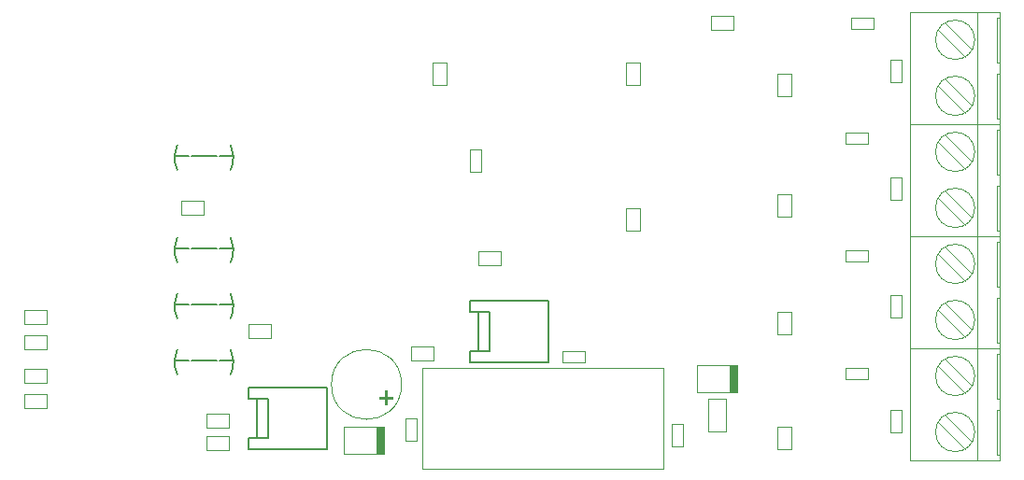
<source format=gm1>
G04 Layer_Color=16711935*
%FSLAX25Y25*%
%MOIN*%
G70*
G01*
G75*
%ADD36C,0.00500*%
%ADD62C,0.00100*%
%ADD63C,0.00098*%
G36*
X461506Y345601D02*
X463704D01*
Y344675D01*
X461506D01*
Y342500D01*
X460592D01*
Y344675D01*
X458417D01*
Y345601D01*
X460592D01*
Y347776D01*
X461506D01*
Y345601D01*
D02*
G37*
G36*
X460087Y325276D02*
X457724D01*
Y334724D01*
X460087D01*
Y325276D01*
D02*
G37*
G36*
X586087Y347276D02*
X583724D01*
Y356724D01*
X586087D01*
Y347276D01*
D02*
G37*
D36*
X405516Y373563D02*
G03*
X406486Y378550I-9516J4437D01*
G01*
X406486Y378549D02*
G03*
X405516Y382437I-10486J-550D01*
G01*
X386484D02*
G03*
X385514Y378549I9516J-4437D01*
G01*
X385514Y378550D02*
G03*
X386484Y373563I10486J-550D01*
G01*
X405516D02*
G03*
X406486Y378550I-9516J4437D01*
G01*
X406486Y378549D02*
G03*
X405516Y382437I-10486J-550D01*
G01*
X386484D02*
G03*
X385514Y378549I9516J-4437D01*
G01*
X385514Y378550D02*
G03*
X386484Y373563I10486J-550D01*
G01*
X405516Y353563D02*
G03*
X406486Y358550I-9516J4437D01*
G01*
X406486Y358549D02*
G03*
X405516Y362437I-10486J-550D01*
G01*
X386484D02*
G03*
X385514Y358549I9516J-4437D01*
G01*
X385514Y358550D02*
G03*
X386484Y353563I10486J-550D01*
G01*
X405516D02*
G03*
X406486Y358550I-9516J4437D01*
G01*
X406486Y358549D02*
G03*
X405516Y362437I-10486J-550D01*
G01*
X386484D02*
G03*
X385514Y358549I9516J-4437D01*
G01*
X385514Y358550D02*
G03*
X386484Y353563I10486J-550D01*
G01*
X405516Y426563D02*
G03*
X406486Y431550I-9516J4437D01*
G01*
X406486Y431549D02*
G03*
X405516Y435437I-10486J-550D01*
G01*
X386484D02*
G03*
X385514Y431549I9516J-4437D01*
G01*
X385514Y431550D02*
G03*
X386484Y426563I10486J-550D01*
G01*
X405516D02*
G03*
X406486Y431550I-9516J4437D01*
G01*
X406486Y431549D02*
G03*
X405516Y435437I-10486J-550D01*
G01*
X386484D02*
G03*
X385514Y431549I9516J-4437D01*
G01*
X385514Y431550D02*
G03*
X386484Y426563I10486J-550D01*
G01*
X405516Y393563D02*
G03*
X406486Y398550I-9516J4437D01*
G01*
X406486Y398549D02*
G03*
X405516Y402437I-10486J-550D01*
G01*
X386484D02*
G03*
X385514Y398549I9516J-4437D01*
G01*
X385514Y398550D02*
G03*
X386484Y393563I10486J-550D01*
G01*
X405516D02*
G03*
X406486Y398550I-9516J4437D01*
G01*
X406486Y398549D02*
G03*
X405516Y402437I-10486J-550D01*
G01*
X386484D02*
G03*
X385514Y398549I9516J-4437D01*
G01*
X385514Y398550D02*
G03*
X386484Y393563I10486J-550D01*
G01*
X440000Y327000D02*
Y349000D01*
X419000Y331000D02*
Y345000D01*
X415000Y331000D02*
Y345000D01*
X412000Y327000D02*
X440000D01*
X412000Y349000D02*
X440000D01*
X415000Y331000D02*
X419000D01*
X412000Y327000D02*
Y331000D01*
X415000D01*
Y345000D02*
X419000D01*
X412000D02*
X415000D01*
X412000D02*
Y347000D01*
Y349000D01*
X391528Y378500D02*
X400472D01*
X401528D02*
X406488D01*
X385512D02*
X390472D01*
X391528D02*
X400472D01*
X401528D02*
X406488D01*
X385512D02*
X390472D01*
X519000Y358000D02*
Y380000D01*
X498000Y362000D02*
Y376000D01*
X494000Y362000D02*
Y376000D01*
X491000Y358000D02*
X519000D01*
X491000Y380000D02*
X519000D01*
X494000Y362000D02*
X498000D01*
X491000Y358000D02*
Y362000D01*
X494000D01*
Y376000D02*
X498000D01*
X491000D02*
X494000D01*
X491000D02*
Y378000D01*
Y380000D01*
X391528Y358500D02*
X400472D01*
X401528D02*
X406488D01*
X385512D02*
X390472D01*
X391528D02*
X400472D01*
X401528D02*
X406488D01*
X385512D02*
X390472D01*
X391528Y431500D02*
X400472D01*
X401528D02*
X406488D01*
X385512D02*
X390472D01*
X391528D02*
X400472D01*
X401528D02*
X406488D01*
X385512D02*
X390472D01*
X391528Y398500D02*
X400472D01*
X401528D02*
X406488D01*
X385512D02*
X390472D01*
X391528D02*
X400472D01*
X401528D02*
X406488D01*
X385512D02*
X390472D01*
D62*
X671000Y473000D02*
G03*
X671000Y473000I-7000J0D01*
G01*
Y453000D02*
G03*
X671000Y453000I-7000J0D01*
G01*
Y353000D02*
G03*
X671000Y353000I-7000J0D01*
G01*
Y333000D02*
G03*
X671000Y333000I-7000J0D01*
G01*
Y393000D02*
G03*
X671000Y393000I-7000J0D01*
G01*
Y373000D02*
G03*
X671000Y373000I-7000J0D01*
G01*
Y433000D02*
G03*
X671000Y433000I-7000J0D01*
G01*
Y413000D02*
G03*
X671000Y413000I-7000J0D01*
G01*
X466500Y350000D02*
G03*
X466500Y350000I-12500J0D01*
G01*
X340000Y350500D02*
Y355500D01*
X332000Y350500D02*
X340000D01*
X332000Y355500D02*
X340000D01*
X332000Y350500D02*
Y355500D01*
X412000Y366500D02*
Y371500D01*
X420000D01*
X412000Y366500D02*
X420000D01*
Y371500D01*
X340000Y362500D02*
Y367500D01*
X332000Y362500D02*
X340000D01*
X332000Y367500D02*
X340000D01*
X332000Y362500D02*
Y367500D01*
X633000Y352000D02*
Y356000D01*
X625000Y352000D02*
X633000D01*
X625000Y356000D02*
X633000D01*
X625000Y352000D02*
Y356000D01*
X641000Y341000D02*
X645000D01*
Y333000D02*
Y341000D01*
X641000Y333000D02*
Y341000D01*
Y333000D02*
X645000D01*
X648000Y443000D02*
Y483000D01*
X680000Y443000D02*
Y483000D01*
X672000Y443000D02*
Y483000D01*
X648000D02*
X680000D01*
X648000Y443000D02*
X680000D01*
X660500Y479000D02*
X670000Y469500D01*
X658000Y476500D02*
X667500Y467000D01*
X653000Y483000D02*
X675000D01*
X653000Y443000D02*
X675000D01*
X660500Y459000D02*
X670000Y449500D01*
X658000Y456500D02*
X667500Y447000D01*
X679000Y465000D02*
Y481000D01*
X680000D01*
X679000Y465000D02*
X680000D01*
X648000Y443000D02*
Y444000D01*
X679000Y461000D02*
X680000D01*
X679000Y445000D02*
Y461000D01*
Y445000D02*
X680000D01*
X648000Y323000D02*
Y363000D01*
X680000Y323000D02*
Y363000D01*
X672000Y323000D02*
Y363000D01*
X648000D02*
X680000D01*
X648000Y323000D02*
X680000D01*
X660500Y359000D02*
X670000Y349500D01*
X658000Y356500D02*
X667500Y347000D01*
X653000Y363000D02*
X675000D01*
X653000Y323000D02*
X675000D01*
X660500Y339000D02*
X670000Y329500D01*
X658000Y336500D02*
X667500Y327000D01*
X679000Y345000D02*
Y361000D01*
X680000D01*
X679000Y345000D02*
X680000D01*
X648000Y323000D02*
Y324000D01*
X679000Y341000D02*
X680000D01*
X679000Y325000D02*
Y341000D01*
Y325000D02*
X680000D01*
X648000Y363000D02*
Y403000D01*
X680000Y363000D02*
Y403000D01*
X672000Y363000D02*
Y403000D01*
X648000D02*
X680000D01*
X648000Y363000D02*
X680000D01*
X660500Y399000D02*
X670000Y389500D01*
X658000Y396500D02*
X667500Y387000D01*
X653000Y403000D02*
X675000D01*
X653000Y363000D02*
X675000D01*
X660500Y379000D02*
X670000Y369500D01*
X658000Y376500D02*
X667500Y367000D01*
X679000Y385000D02*
Y401000D01*
X680000D01*
X679000Y385000D02*
X680000D01*
X648000Y363000D02*
Y364000D01*
X679000Y381000D02*
X680000D01*
X679000Y365000D02*
Y381000D01*
Y365000D02*
X680000D01*
X648000Y403000D02*
Y443000D01*
X680000Y403000D02*
Y443000D01*
X672000Y403000D02*
Y443000D01*
X648000D02*
X680000D01*
X648000Y403000D02*
X680000D01*
X660500Y439000D02*
X670000Y429500D01*
X658000Y436500D02*
X667500Y427000D01*
X653000Y443000D02*
X675000D01*
X653000Y403000D02*
X675000D01*
X660500Y419000D02*
X670000Y409500D01*
X658000Y416500D02*
X667500Y407000D01*
X679000Y425000D02*
Y441000D01*
X680000D01*
X679000Y425000D02*
X680000D01*
X648000Y403000D02*
Y404000D01*
X679000Y421000D02*
X680000D01*
X679000Y405000D02*
Y421000D01*
Y405000D02*
X680000D01*
X405000Y326500D02*
Y331500D01*
X397000Y326500D02*
X405000D01*
X397000Y331500D02*
X405000D01*
X397000Y326500D02*
Y331500D01*
X405000Y334500D02*
Y339500D01*
X397000Y334500D02*
X405000D01*
X397000Y339500D02*
X405000D01*
X397000Y334500D02*
Y339500D01*
X575850Y333095D02*
Y344905D01*
Y333095D02*
X582150D01*
Y344905D01*
X575850D02*
X582150D01*
X396000Y410500D02*
Y415500D01*
X388000Y410500D02*
X396000D01*
X388000Y415500D02*
X396000D01*
X388000Y410500D02*
Y415500D01*
X474000Y320000D02*
X560000D01*
Y356000D01*
X474000D02*
X560000D01*
X474000Y320000D02*
Y356000D01*
X563000Y328000D02*
X567000D01*
X563000D02*
Y336000D01*
X567000Y328000D02*
Y336000D01*
X563000D02*
X567000D01*
X546500Y457000D02*
X551500D01*
X546500D02*
Y465000D01*
X551500Y457000D02*
Y465000D01*
X546500D02*
X551500D01*
X477500Y457000D02*
X482500D01*
X477500D02*
Y465000D01*
X482500Y457000D02*
Y465000D01*
X477500D02*
X482500D01*
X546500Y413000D02*
X551500D01*
Y405000D02*
Y413000D01*
X546500Y405000D02*
Y413000D01*
Y405000D02*
X551500D01*
X502000Y392500D02*
Y397500D01*
X494000Y392500D02*
X502000D01*
X494000Y397500D02*
X502000D01*
X494000Y392500D02*
Y397500D01*
X585000Y476500D02*
Y481500D01*
X577000Y476500D02*
X585000D01*
X577000Y481500D02*
X585000D01*
X577000Y476500D02*
Y481500D01*
X600500Y327000D02*
X605500D01*
X600500D02*
Y335000D01*
X605500Y327000D02*
Y335000D01*
X600500D02*
X605500D01*
X641000Y382000D02*
X645000D01*
Y374000D02*
Y382000D01*
X641000Y374000D02*
Y382000D01*
Y374000D02*
X645000D01*
X600500Y368000D02*
X605500D01*
X600500D02*
Y376000D01*
X605500Y368000D02*
Y376000D01*
X600500D02*
X605500D01*
X633000Y394000D02*
Y398000D01*
X625000Y394000D02*
X633000D01*
X625000Y398000D02*
X633000D01*
X625000Y394000D02*
Y398000D01*
X600500Y410000D02*
X605500D01*
X600500D02*
Y418000D01*
X605500Y410000D02*
Y418000D01*
X600500D02*
X605500D01*
X633000Y436000D02*
Y440000D01*
X625000Y436000D02*
X633000D01*
X625000Y440000D02*
X633000D01*
X625000Y436000D02*
Y440000D01*
X641000Y424000D02*
X645000D01*
Y416000D02*
Y424000D01*
X641000Y416000D02*
Y424000D01*
Y416000D02*
X645000D01*
X600500Y453000D02*
X605500D01*
X600500D02*
Y461000D01*
X605500Y453000D02*
Y461000D01*
X600500D02*
X605500D01*
X641000Y466000D02*
X645000D01*
Y458000D02*
Y466000D01*
X641000Y458000D02*
Y466000D01*
Y458000D02*
X645000D01*
X635000Y477000D02*
Y481000D01*
X627000Y477000D02*
X635000D01*
X627000Y481000D02*
X635000D01*
X627000Y477000D02*
Y481000D01*
X340000Y371500D02*
Y376500D01*
X332000Y371500D02*
X340000D01*
X332000Y376500D02*
X340000D01*
X332000Y371500D02*
Y376500D01*
X340000Y341500D02*
Y346500D01*
X332000Y341500D02*
X340000D01*
X332000Y346500D02*
X340000D01*
X332000Y341500D02*
Y346500D01*
X491000Y434000D02*
X495000D01*
Y426000D02*
Y434000D01*
X491000Y426000D02*
Y434000D01*
Y426000D02*
X495000D01*
X478000Y358500D02*
Y363500D01*
X470000Y358500D02*
X478000D01*
X470000Y363500D02*
X478000D01*
X470000Y358500D02*
Y363500D01*
X468000Y330000D02*
X472000D01*
X468000D02*
Y338000D01*
X472000Y330000D02*
Y338000D01*
X468000D02*
X472000D01*
X532000Y358000D02*
Y362000D01*
X524000Y358000D02*
X532000D01*
X524000Y362000D02*
X532000D01*
X524000Y358000D02*
Y362000D01*
D63*
X586087Y347276D02*
Y356724D01*
X571913Y347276D02*
Y356724D01*
X586087D01*
X571913Y347276D02*
X586087D01*
X445913Y325276D02*
X460087D01*
X445913Y334724D02*
X460087D01*
X445913Y325276D02*
Y334724D01*
X460087Y325276D02*
Y334724D01*
M02*

</source>
